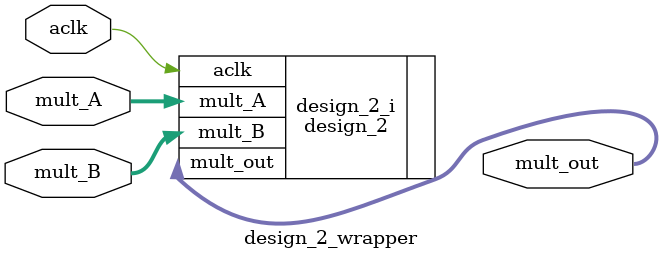
<source format=v>
`timescale 1 ps / 1 ps

module design_2_wrapper
   (aclk,
    mult_A,
    mult_B,
    mult_out);
  input aclk;
  input [31:0]mult_A;
  input [31:0]mult_B;
  output [31:0]mult_out;

  wire aclk;
  wire [31:0]mult_A;
  wire [31:0]mult_B;
  wire [31:0]mult_out;

  design_2 design_2_i
       (.aclk(aclk),
        .mult_A(mult_A),
        .mult_B(mult_B),
        .mult_out(mult_out));
endmodule

</source>
